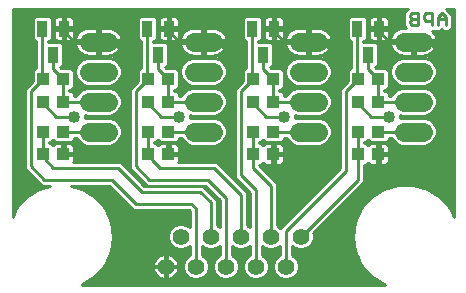
<source format=gbl>
From 3f74740bec4e1e3a9e168d84ae314b1e76705b4f Mon Sep 17 00:00:00 2001
From: Nicolas Schodet
Date: Thu, 7 Apr 2011 02:48:09 +0200
Subject: digital: batchpcb order

---
 .../pcb/orders/batchpcb_2011-04-06/spoke-indus.GBL | 2890 ++++++++++++++++++++
 1 file changed, 2890 insertions(+)
 create mode 100644 digital/io-hub/pcb/orders/batchpcb_2011-04-06/spoke-indus.GBL

(limited to 'digital/io-hub/pcb/orders/batchpcb_2011-04-06/spoke-indus.GBL')

diff --git a/digital/io-hub/pcb/orders/batchpcb_2011-04-06/spoke-indus.GBL b/digital/io-hub/pcb/orders/batchpcb_2011-04-06/spoke-indus.GBL
new file mode 100644
index 00000000..6a023884
--- /dev/null
+++ b/digital/io-hub/pcb/orders/batchpcb_2011-04-06/spoke-indus.GBL
@@ -0,0 +1,2890 @@
+G75*
+G70*
+%OFA0B0*%
+%FSLAX24Y24*%
+%IPPOS*%
+%LPD*%
+%AMOC8*
+5,1,8,0,0,1.08239X$1,22.5*
+%
+%ADD10C,0.0100*%
+%ADD11C,0.0634*%
+%ADD12R,0.0394X0.0433*%
+%ADD13R,0.0354X0.0551*%
+%ADD14C,0.0560*%
+%ADD15C,0.0200*%
+%ADD16C,0.0400*%
+D10*
+X002600Y000674D02*
+X002628Y000682D01*
+X002628Y000682D01*
+X003047Y000952D01*
+X003373Y001328D01*
+X003580Y001781D01*
+X003651Y002274D01*
+X003580Y002767D01*
+X003373Y003220D01*
+X003373Y003220D01*
+X003047Y003597D01*
+X002628Y003866D01*
+X002260Y003974D01*
+X003518Y003974D01*
+X004318Y003174D01*
+X004484Y003174D01*
+X006168Y003174D01*
+X006201Y003141D01*
+X006201Y002582D01*
+X006145Y002639D01*
+X005987Y002704D01*
+X005816Y002704D01*
+X005658Y002639D01*
+X005537Y002518D01*
+X005471Y002360D01*
+X005471Y002189D01*
+X005537Y002031D01*
+X005658Y001910D01*
+X005816Y001844D01*
+X005987Y001844D01*
+X006145Y001910D01*
+X006201Y001966D01*
+X006201Y001657D01*
+X006158Y001639D01*
+X006037Y001518D01*
+X005971Y001360D01*
+X005971Y001189D01*
+X006037Y001031D01*
+X006158Y000910D01*
+X006316Y000844D01*
+X006487Y000844D01*
+X006645Y000910D01*
+X006766Y001031D01*
+X006831Y001189D01*
+X006831Y001360D01*
+X006766Y001518D01*
+X006645Y001639D01*
+X006601Y001657D01*
+X006601Y001966D01*
+X006658Y001910D01*
+X006816Y001844D01*
+X006987Y001844D01*
+X007145Y001910D01*
+X007201Y001966D01*
+X007201Y001657D01*
+X007158Y001639D01*
+X007037Y001518D01*
+X006971Y001360D01*
+X006971Y001189D01*
+X007037Y001031D01*
+X007158Y000910D01*
+X007316Y000844D01*
+X007487Y000844D01*
+X007645Y000910D01*
+X007766Y001031D01*
+X007831Y001189D01*
+X007831Y001360D01*
+X007766Y001518D01*
+X007645Y001639D01*
+X007601Y001657D01*
+X007601Y001966D01*
+X007658Y001910D01*
+X007816Y001844D01*
+X007987Y001844D01*
+X008145Y001910D01*
+X008201Y001966D01*
+X008201Y001657D01*
+X008158Y001639D01*
+X008037Y001518D01*
+X007971Y001360D01*
+X007971Y001189D01*
+X008037Y001031D01*
+X008158Y000910D01*
+X008316Y000844D01*
+X008487Y000844D01*
+X008645Y000910D01*
+X008766Y001031D01*
+X008831Y001189D01*
+X008831Y001360D01*
+X008766Y001518D01*
+X008645Y001639D01*
+X008601Y001657D01*
+X008601Y001966D01*
+X008658Y001910D01*
+X008816Y001844D01*
+X008987Y001844D01*
+X009145Y001910D01*
+X009201Y001966D01*
+X009201Y001657D01*
+X009158Y001639D01*
+X009037Y001518D01*
+X008971Y001360D01*
+X008971Y001189D01*
+X009037Y001031D01*
+X009158Y000910D01*
+X009316Y000844D01*
+X009487Y000844D01*
+X009645Y000910D01*
+X009766Y001031D01*
+X009831Y001189D01*
+X009831Y001360D01*
+X009766Y001518D01*
+X009645Y001639D01*
+X009601Y001657D01*
+X009601Y001966D01*
+X009658Y001910D01*
+X009816Y001844D01*
+X009987Y001844D01*
+X010145Y001910D01*
+X010266Y002031D01*
+X010331Y002189D01*
+X010331Y002360D01*
+X010313Y002403D01*
+X011884Y003974D01*
+X012001Y004091D01*
+X012001Y004658D01*
+X012076Y004658D01*
+X012156Y004738D01*
+X012169Y004715D01*
+X012197Y004688D01*
+X012231Y004668D01*
+X012269Y004658D01*
+X012437Y004658D01*
+X012437Y004975D01*
+X012534Y004975D01*
+X012534Y004658D01*
+X012702Y004658D01*
+X012741Y004668D01*
+X012775Y004688D01*
+X012803Y004715D01*
+X012822Y004750D01*
+X012833Y004788D01*
+X012833Y004976D01*
+X012534Y004976D01*
+X012534Y005073D01*
+X012437Y005073D01*
+X012437Y005391D01*
+X012269Y005391D01*
+X012231Y005380D01*
+X012197Y005361D01*
+X012169Y005333D01*
+X012156Y005310D01*
+X012076Y005391D01*
+X012016Y005391D01*
+X012016Y005408D01*
+X012076Y005408D01*
+X012151Y005483D01*
+X012227Y005408D01*
+X012745Y005408D01*
+X012833Y005495D01*
+X012833Y005574D01*
+X012912Y005574D01*
+X012939Y005510D01*
+X013070Y005378D01*
+X013241Y005307D01*
+X014061Y005307D01*
+X014232Y005378D01*
+X014364Y005510D01*
+X014435Y005681D01*
+X014435Y005867D01*
+X014364Y006039D01*
+X014232Y006170D01*
+X014061Y006241D01*
+X013241Y006241D01*
+X013201Y006224D01*
+X013201Y006324D01*
+X013241Y006307D01*
+X014061Y006307D01*
+X014232Y006378D01*
+X014364Y006510D01*
+X014435Y006681D01*
+X014435Y006867D01*
+X014364Y007039D01*
+X014232Y007170D01*
+X014061Y007241D01*
+X013241Y007241D01*
+X013070Y007170D01*
+X012939Y007039D01*
+X012912Y006974D01*
+X012833Y006974D01*
+X012833Y007053D01*
+X012745Y007141D01*
+X012686Y007141D01*
+X012686Y007158D01*
+X012745Y007158D01*
+X012833Y007245D01*
+X012833Y007803D01*
+X012745Y007891D01*
+X012402Y007891D01*
+X012377Y007915D01*
+X012390Y007915D01*
+X012478Y008003D01*
+X012478Y008679D01*
+X012390Y008767D01*
+X011997Y008767D01*
+X011997Y008782D01*
+X012036Y008782D01*
+X012124Y008869D01*
+X012124Y009545D01*
+X012036Y009633D01*
+X011558Y009633D01*
+X011470Y009545D01*
+X011470Y008869D01*
+X011558Y008782D01*
+X011597Y008782D01*
+X011597Y007891D01*
+X011558Y007891D01*
+X011470Y007803D01*
+X011470Y007460D01*
+X011201Y007192D01*
+X011201Y007026D01*
+X011201Y004557D01*
+X009214Y002569D01*
+X009145Y002639D01*
+X009101Y002657D01*
+X009101Y003891D01*
+X009101Y004057D01*
+X008501Y004657D01*
+X008501Y004658D01*
+X008576Y004658D01*
+X008656Y004738D01*
+X008669Y004715D01*
+X008697Y004688D01*
+X008731Y004668D01*
+X008769Y004658D01*
+X008937Y004658D01*
+X008937Y004975D01*
+X009034Y004975D01*
+X009034Y004658D01*
+X009202Y004658D01*
+X009241Y004668D01*
+X009275Y004688D01*
+X009303Y004715D01*
+X009322Y004750D01*
+X009333Y004788D01*
+X009333Y004976D01*
+X009034Y004976D01*
+X009034Y005073D01*
+X008937Y005073D01*
+X008937Y005391D01*
+X008769Y005391D01*
+X008731Y005380D01*
+X008697Y005361D01*
+X008669Y005333D01*
+X008656Y005310D01*
+X008576Y005391D01*
+X008516Y005391D01*
+X008516Y005408D01*
+X008576Y005408D01*
+X008651Y005483D01*
+X008727Y005408D01*
+X009245Y005408D01*
+X009333Y005495D01*
+X009333Y005574D01*
+X009412Y005574D01*
+X009439Y005510D01*
+X009570Y005378D01*
+X009741Y005307D01*
+X010561Y005307D01*
+X010732Y005378D01*
+X010864Y005510D01*
+X010935Y005681D01*
+X010935Y005867D01*
+X010864Y006039D01*
+X010732Y006170D01*
+X010561Y006241D01*
+X009741Y006241D01*
+X009701Y006224D01*
+X009701Y006324D01*
+X009741Y006307D01*
+X010561Y006307D01*
+X010732Y006378D01*
+X010864Y006510D01*
+X010935Y006681D01*
+X010935Y006867D01*
+X010864Y007039D01*
+X010732Y007170D01*
+X010561Y007241D01*
+X009741Y007241D01*
+X009570Y007170D01*
+X009439Y007039D01*
+X009412Y006974D01*
+X009333Y006974D01*
+X009333Y007053D01*
+X009245Y007141D01*
+X009186Y007141D01*
+X009186Y007158D01*
+X009245Y007158D01*
+X009333Y007245D01*
+X009333Y007803D01*
+X009245Y007891D01*
+X008902Y007891D01*
+X008877Y007915D01*
+X008890Y007915D01*
+X008978Y008003D01*
+X008978Y008679D01*
+X008890Y008767D01*
+X008497Y008767D01*
+X008497Y008782D01*
+X008536Y008782D01*
+X008624Y008869D01*
+X008624Y009545D01*
+X008536Y009633D01*
+X008058Y009633D01*
+X007970Y009545D01*
+X007970Y008869D01*
+X008058Y008782D01*
+X008097Y008782D01*
+X008097Y007891D01*
+X008058Y007891D01*
+X007970Y007803D01*
+X007970Y007460D01*
+X007701Y007192D01*
+X007701Y007026D01*
+X007701Y004241D01*
+X007818Y004124D01*
+X008201Y003741D01*
+X008201Y002582D01*
+X008145Y002639D01*
+X008101Y002657D01*
+X008101Y003591D01*
+X008101Y003757D01*
+X007201Y004657D01*
+X007084Y004774D01*
+X005829Y004774D01*
+X005833Y004788D01*
+X005833Y004976D01*
+X005534Y004976D01*
+X005534Y005073D01*
+X005437Y005073D01*
+X005437Y005391D01*
+X005269Y005391D01*
+X005231Y005380D01*
+X005197Y005361D01*
+X005169Y005333D01*
+X005156Y005310D01*
+X005076Y005391D01*
+X005016Y005391D01*
+X005016Y005408D01*
+X005076Y005408D01*
+X005151Y005483D01*
+X005227Y005408D01*
+X005745Y005408D01*
+X005833Y005495D01*
+X005833Y005574D01*
+X005912Y005574D01*
+X005939Y005510D01*
+X006070Y005378D01*
+X006241Y005307D01*
+X007061Y005307D01*
+X007232Y005378D01*
+X007364Y005510D01*
+X007435Y005681D01*
+X007435Y005867D01*
+X007364Y006039D01*
+X007232Y006170D01*
+X007061Y006241D01*
+X006241Y006241D01*
+X006201Y006224D01*
+X006201Y006324D01*
+X006241Y006307D01*
+X007061Y006307D01*
+X007232Y006378D01*
+X007364Y006510D01*
+X007435Y006681D01*
+X007435Y006867D01*
+X007364Y007039D01*
+X007232Y007170D01*
+X007061Y007241D01*
+X006241Y007241D01*
+X006070Y007170D01*
+X005939Y007039D01*
+X005912Y006974D01*
+X005833Y006974D01*
+X005833Y007053D01*
+X005745Y007141D01*
+X005686Y007141D01*
+X005686Y007158D01*
+X005745Y007158D01*
+X005833Y007245D01*
+X005833Y007803D01*
+X005745Y007891D01*
+X005402Y007891D01*
+X005377Y007915D01*
+X005390Y007915D01*
+X005478Y008003D01*
+X005478Y008679D01*
+X005390Y008767D01*
+X004997Y008767D01*
+X004997Y008782D01*
+X005036Y008782D01*
+X005124Y008869D01*
+X005124Y009545D01*
+X005036Y009633D01*
+X004558Y009633D01*
+X004470Y009545D01*
+X004470Y008869D01*
+X004558Y008782D01*
+X004597Y008782D01*
+X004597Y007891D01*
+X004558Y007891D01*
+X004470Y007803D01*
+X004470Y007460D01*
+X004201Y007192D01*
+X004201Y007026D01*
+X004201Y004541D01*
+X004318Y004424D01*
+X004318Y004424D01*
+X004651Y004091D01*
+X004768Y003974D01*
+X006718Y003974D01*
+X007201Y003491D01*
+X007201Y002582D01*
+X007145Y002639D01*
+X007101Y002657D01*
+X007101Y003341D01*
+X007101Y003507D01*
+X006751Y003857D01*
+X006634Y003974D01*
+X004684Y003974D01*
+X004001Y004657D01*
+X003884Y004774D01*
+X002329Y004774D01*
+X002333Y004788D01*
+X002333Y004976D01*
+X002034Y004976D01*
+X002034Y005073D01*
+X001937Y005073D01*
+X001937Y005391D01*
+X001769Y005391D01*
+X001731Y005380D01*
+X001697Y005361D01*
+X001669Y005333D01*
+X001656Y005310D01*
+X001576Y005391D01*
+X001516Y005391D01*
+X001516Y005408D01*
+X001576Y005408D01*
+X001651Y005483D01*
+X001727Y005408D01*
+X002245Y005408D01*
+X002333Y005495D01*
+X002333Y005574D01*
+X002412Y005574D01*
+X002439Y005510D01*
+X002570Y005378D01*
+X002741Y005307D01*
+X003561Y005307D01*
+X003732Y005378D01*
+X003864Y005510D01*
+X003935Y005681D01*
+X003935Y005867D01*
+X003864Y006039D01*
+X003732Y006170D01*
+X003561Y006241D01*
+X002741Y006241D01*
+X002701Y006224D01*
+X002701Y006324D01*
+X002741Y006307D01*
+X003561Y006307D01*
+X003732Y006378D01*
+X003864Y006510D01*
+X003935Y006681D01*
+X003935Y006867D01*
+X003864Y007039D01*
+X003732Y007170D01*
+X003561Y007241D01*
+X002741Y007241D01*
+X002570Y007170D01*
+X002439Y007039D01*
+X002412Y006974D01*
+X002333Y006974D01*
+X002333Y007053D01*
+X002245Y007141D01*
+X002186Y007141D01*
+X002186Y007158D01*
+X002245Y007158D01*
+X002333Y007245D01*
+X002333Y007803D01*
+X002245Y007891D01*
+X001902Y007891D01*
+X001877Y007915D01*
+X001890Y007915D01*
+X001978Y008003D01*
+X001978Y008679D01*
+X001890Y008767D01*
+X001497Y008767D01*
+X001497Y008782D01*
+X001536Y008782D01*
+X001624Y008869D01*
+X001624Y009545D01*
+X001536Y009633D01*
+X001058Y009633D01*
+X000970Y009545D01*
+X000970Y008869D01*
+X001058Y008782D01*
+X001097Y008782D01*
+X001097Y007891D01*
+X001058Y007891D01*
+X000970Y007803D01*
+X000970Y007460D01*
+X000701Y007192D01*
+X000701Y007026D01*
+X000701Y004541D01*
+X000818Y004424D01*
+X001268Y003974D01*
+X001434Y003974D01*
+X001543Y003974D01*
+X001174Y003866D01*
+X000755Y003597D01*
+X000755Y003597D01*
+X000429Y003220D01*
+X000301Y002940D01*
+X000301Y009874D01*
+X013478Y009874D01*
+X013462Y009858D01*
+X013345Y009741D01*
+X013345Y009674D01*
+X013345Y009540D01*
+X013345Y009474D01*
+X013345Y009474D01*
+X013345Y009390D01*
+X013345Y009308D01*
+X013346Y009307D01*
+X013412Y009241D01*
+X013298Y009241D01*
+X013225Y009229D01*
+X013155Y009207D01*
+X013090Y009173D01*
+X013030Y009130D01*
+X012978Y009078D01*
+X012935Y009019D01*
+X012902Y008953D01*
+X012879Y008883D01*
+X012869Y008823D01*
+X013602Y008823D01*
+X013602Y008726D01*
+X012869Y008726D01*
+X012879Y008665D01*
+X012902Y008595D01*
+X012935Y008529D01*
+X012978Y008470D01*
+X013030Y008418D01*
+X013090Y008375D01*
+X013155Y008341D01*
+X013225Y008319D01*
+X013298Y008307D01*
+X013603Y008307D01*
+X013603Y008725D01*
+X013700Y008725D01*
+X013700Y008307D01*
+X014005Y008307D01*
+X014077Y008319D01*
+X014147Y008341D01*
+X014213Y008375D01*
+X014272Y008418D01*
+X014324Y008470D01*
+X014367Y008529D01*
+X014401Y008595D01*
+X014423Y008665D01*
+X014433Y008726D01*
+X013700Y008726D01*
+X013700Y008823D01*
+X014433Y008823D01*
+X014423Y008883D01*
+X014401Y008953D01*
+X014367Y009019D01*
+X014324Y009078D01*
+X014278Y009124D01*
+X014355Y009124D01*
+X014369Y009138D01*
+X014383Y009124D01*
+X014548Y009124D01*
+X014599Y009175D01*
+X014649Y009124D01*
+X014815Y009124D01*
+X014932Y009241D01*
+X014932Y009441D01*
+X014932Y009607D01*
+X014932Y009674D01*
+X014741Y009865D01*
+X014732Y009874D01*
+X015001Y009874D01*
+X015001Y002940D01*
+X014873Y003220D01*
+X014873Y003220D01*
+X014547Y003597D01*
+X014128Y003866D01*
+X013650Y004006D01*
+X013152Y004006D01*
+X012674Y003866D01*
+X012255Y003597D01*
+X012255Y003597D01*
+X012255Y003597D01*
+X011929Y003220D01*
+X011722Y002767D01*
+X011651Y002274D01*
+X011722Y001781D01*
+X011929Y001328D01*
+X012255Y000952D01*
+X012255Y000952D01*
+X012674Y000682D01*
+X012702Y000674D01*
+X002600Y000674D01*
+X002689Y000721D02*
+X012614Y000721D01*
+X012674Y000682D02*
+X012674Y000682D01*
+X012460Y000820D02*
+X002842Y000820D01*
+X002995Y000918D02*
+X005159Y000918D01*
+X005176Y000906D02*
+X005236Y000876D01*
+X005300Y000855D01*
+X005367Y000844D01*
+X005371Y000844D01*
+X005371Y001244D01*
+X004971Y001244D01*
+X004971Y001240D01*
+X004982Y001173D01*
+X005003Y001109D01*
+X005033Y001049D01*
+X005073Y000994D01*
+X005121Y000946D01*
+X005176Y000906D01*
+X005057Y001017D02*
+X003104Y001017D01*
+X003047Y000952D02*
+X003047Y000952D01*
+X003047Y000952D01*
+X003189Y001115D02*
+X005001Y001115D01*
+X004975Y001214D02*
+X003274Y001214D01*
+X003360Y001312D02*
+X004972Y001312D01*
+X004971Y001308D02*
+X004971Y001304D01*
+X005371Y001304D01*
+X005371Y001244D01*
+X005431Y001244D01*
+X005431Y000844D01*
+X005435Y000844D01*
+X005502Y000855D01*
+X005566Y000876D01*
+X005627Y000906D01*
+X005681Y000946D01*
+X005729Y000994D01*
+X005769Y001049D01*
+X005800Y001109D01*
+X005821Y001173D01*
+X005831Y001240D01*
+X005831Y001244D01*
+X005431Y001244D01*
+X005431Y001304D01*
+X005371Y001304D01*
+X005371Y001704D01*
+X005367Y001704D01*
+X005300Y001693D01*
+X005236Y001673D01*
+X005176Y001642D01*
+X005121Y001602D01*
+X005073Y001554D01*
+X005033Y001499D01*
+X005003Y001439D01*
+X004982Y001375D01*
+X004971Y001308D01*
+X004994Y001411D02*
+X003411Y001411D01*
+X003373Y001328D02*
+X003373Y001328D01*
+X003456Y001510D02*
+X005041Y001510D01*
+X005129Y001608D02*
+X003501Y001608D01*
+X003546Y001707D02*
+X006201Y001707D01*
+X006201Y001805D02*
+X003584Y001805D01*
+X003580Y001781D02*
+X003580Y001781D01*
+X003598Y001904D02*
+X005672Y001904D01*
+X005565Y002002D02*
+X003612Y002002D01*
+X003626Y002101D02*
+X005508Y002101D01*
+X005471Y002199D02*
+X003640Y002199D01*
+X003648Y002298D02*
+X005471Y002298D01*
+X005486Y002396D02*
+X003634Y002396D01*
+X003619Y002495D02*
+X005527Y002495D01*
+X005613Y002594D02*
+X003605Y002594D01*
+X003591Y002692D02*
+X005787Y002692D01*
+X006016Y002692D02*
+X006201Y002692D01*
+X006190Y002594D02*
+X006201Y002594D01*
+X006201Y002791D02*
+X003570Y002791D01*
+X003580Y002767D02*
+X003580Y002767D01*
+X003525Y002889D02*
+X006201Y002889D01*
+X006201Y002988D02*
+X003480Y002988D01*
+X003435Y003086D02*
+X006201Y003086D01*
+X006401Y003224D02*
+X006251Y003374D01*
+X004401Y003374D01*
+X003601Y004174D01*
+X001351Y004174D01*
+X000901Y004624D01*
+X000901Y007109D01*
+X001317Y007524D01*
+X001297Y007544D01*
+X001297Y009207D01*
+X001624Y009196D02*
+X001967Y009196D01*
+X001967Y009169D02*
+X001678Y009169D01*
+X001678Y008912D01*
+X001689Y008874D01*
+X001708Y008839D01*
+X001736Y008812D01*
+X001770Y008792D01*
+X001809Y008782D01*
+X001967Y008782D01*
+X001967Y009168D01*
+X002044Y009168D01*
+X002044Y008782D01*
+X002202Y008782D01*
+X002241Y008792D01*
+X002275Y008812D01*
+X002303Y008839D01*
+X002322Y008874D01*
+X002333Y008912D01*
+X002333Y009169D01*
+X002044Y009169D01*
+X002044Y009246D01*
+X001967Y009246D01*
+X001967Y009633D01*
+X001809Y009633D01*
+X001770Y009622D01*
+X001736Y009603D01*
+X001708Y009575D01*
+X001689Y009541D01*
+X001678Y009502D01*
+X001678Y009246D01*
+X001967Y009246D01*
+X001967Y009169D01*
+X002006Y009207D02*
+X002006Y009120D01*
+X002351Y008774D01*
+X003151Y008774D01*
+X003102Y008802D02*
+X002258Y008802D01*
+X002369Y008823D02*
+X002379Y008883D01*
+X002402Y008953D01*
+X002435Y009019D01*
+X002478Y009078D01*
+X002530Y009130D01*
+X002590Y009173D01*
+X002655Y009207D01*
+X002725Y009229D01*
+X002798Y009241D01*
+X003103Y009241D01*
+X003103Y008823D01*
+X003200Y008823D01*
+X003200Y009241D01*
+X003505Y009241D01*
+X003577Y009229D01*
+X003647Y009207D01*
+X003713Y009173D01*
+X003772Y009130D01*
+X003824Y009078D01*
+X003867Y009019D01*
+X003901Y008953D01*
+X003923Y008883D01*
+X003933Y008823D01*
+X003200Y008823D01*
+X003200Y008726D01*
+X003933Y008726D01*
+X003923Y008665D01*
+X003901Y008595D01*
+X003867Y008529D01*
+X003824Y008470D01*
+X003772Y008418D01*
+X003713Y008375D01*
+X003647Y008341D01*
+X003577Y008319D01*
+X003505Y008307D01*
+X003200Y008307D01*
+X003200Y008725D01*
+X003103Y008725D01*
+X003103Y008307D01*
+X002798Y008307D01*
+X002725Y008319D01*
+X002655Y008341D01*
+X002590Y008375D01*
+X002530Y008418D01*
+X002478Y008470D01*
+X002435Y008529D01*
+X002402Y008595D01*
+X002379Y008665D01*
+X002369Y008726D01*
+X003102Y008726D01*
+X003102Y008823D01*
+X002369Y008823D01*
+X002384Y008900D02*
+X002330Y008900D01*
+X002333Y008999D02*
+X002425Y008999D01*
+X002497Y009097D02*
+X002333Y009097D01*
+X002333Y009246D02*
+X002333Y009502D01*
+X002322Y009541D01*
+X002303Y009575D01*
+X002275Y009603D01*
+X002241Y009622D01*
+X002202Y009633D01*
+X002044Y009633D01*
+X002044Y009246D01*
+X002333Y009246D01*
+X002333Y009294D02*
+X004470Y009294D01*
+X004470Y009196D02*
+X003668Y009196D01*
+X003805Y009097D02*
+X004470Y009097D01*
+X004470Y008999D02*
+X003877Y008999D01*
+X003918Y008900D02*
+X004470Y008900D01*
+X004537Y008802D02*
+X003200Y008802D01*
+X003200Y008900D02*
+X003103Y008900D01*
+X003103Y008999D02*
+X003200Y008999D01*
+X003200Y009097D02*
+X003103Y009097D01*
+X003103Y009196D02*
+X003200Y009196D01*
+X002634Y009196D02*
+X002044Y009196D01*
+X002044Y009294D02*
+X001967Y009294D01*
+X001967Y009393D02*
+X002044Y009393D01*
+X002044Y009492D02*
+X001967Y009492D01*
+X001967Y009590D02*
+X002044Y009590D01*
+X002287Y009590D02*
+X004515Y009590D01*
+X004470Y009492D02*
+X002333Y009492D01*
+X002333Y009393D02*
+X004470Y009393D01*
+X004797Y009207D02*
+X004797Y007544D01*
+X004817Y007524D01*
+X004401Y007109D01*
+X004401Y004624D01*
+X004851Y004174D01*
+X006801Y004174D01*
+X007401Y003574D01*
+X007401Y001274D01*
+X007001Y001115D02*
+X006801Y001115D01*
+X006831Y001214D02*
+X006971Y001214D01*
+X006971Y001312D02*
+X006831Y001312D01*
+X006810Y001411D02*
+X006992Y001411D01*
+X007033Y001510D02*
+X006769Y001510D01*
+X006675Y001608D02*
+X007127Y001608D01*
+X007201Y001707D02*
+X006601Y001707D01*
+X006601Y001805D02*
+X007201Y001805D01*
+X007201Y001904D02*
+X007131Y001904D01*
+X006672Y001904D02*
+X006601Y001904D01*
+X006201Y001904D02*
+X006131Y001904D01*
+X006127Y001608D02*
+X005673Y001608D01*
+X005681Y001602D02*
+X005627Y001642D01*
+X005566Y001673D01*
+X005502Y001693D01*
+X005435Y001704D01*
+X005431Y001704D01*
+X005431Y001304D01*
+X005831Y001304D01*
+X005831Y001308D01*
+X005821Y001375D01*
+X005800Y001439D01*
+X005769Y001499D01*
+X005729Y001554D01*
+X005681Y001602D01*
+X005762Y001510D02*
+X006033Y001510D01*
+X005992Y001411D02*
+X005809Y001411D01*
+X005830Y001312D02*
+X005971Y001312D01*
+X005971Y001214D02*
+X005827Y001214D01*
+X005802Y001115D02*
+X006001Y001115D01*
+X006050Y001017D02*
+X005746Y001017D01*
+X005643Y000918D02*
+X006149Y000918D01*
+X006401Y001274D02*
+X006401Y003224D01*
+X006901Y003424D02*
+X006551Y003774D01*
+X004601Y003774D01*
+X003801Y004574D01*
+X001651Y004574D01*
+X001401Y004824D01*
+X001401Y004939D01*
+X001317Y005024D01*
+X001317Y005774D01*
+X001619Y005451D02*
+X001683Y005451D01*
+X001689Y005353D02*
+X001613Y005353D01*
+X001937Y005353D02*
+X002034Y005353D01*
+X002034Y005391D02*
+X002034Y005073D01*
+X002333Y005073D01*
+X002333Y005260D01*
+X002322Y005299D01*
+X002303Y005333D01*
+X002275Y005361D01*
+X002241Y005380D01*
+X002202Y005391D01*
+X002034Y005391D01*
+X002034Y005254D02*
+X001937Y005254D01*
+X001937Y005156D02*
+X002034Y005156D01*
+X002034Y005057D02*
+X004201Y005057D01*
+X004201Y004959D02*
+X002333Y004959D01*
+X002333Y004860D02*
+X004201Y004860D01*
+X004201Y004761D02*
+X003897Y004761D01*
+X003995Y004663D02*
+X004201Y004663D01*
+X004201Y004564D02*
+X004094Y004564D01*
+X004192Y004466D02*
+X004277Y004466D01*
+X004291Y004367D02*
+X004375Y004367D01*
+X004389Y004269D02*
+X004474Y004269D01*
+X004488Y004170D02*
+X004572Y004170D01*
+X004586Y004072D02*
+X004671Y004072D01*
+X004651Y004091D02*
+X004651Y004091D01*
+X005201Y004574D02*
+X004951Y004824D01*
+X004951Y004889D01*
+X004817Y005024D01*
+X004817Y005774D01*
+X005119Y005451D02*
+X005183Y005451D01*
+X005189Y005353D02*
+X005113Y005353D01*
+X005437Y005353D02*
+X005534Y005353D01*
+X005534Y005391D02*
+X005534Y005073D01*
+X005833Y005073D01*
+X005833Y005260D01*
+X005822Y005299D01*
+X005803Y005333D01*
+X005775Y005361D01*
+X005741Y005380D01*
+X005702Y005391D01*
+X005534Y005391D01*
+X005534Y005254D02*
+X005437Y005254D01*
+X005437Y005156D02*
+X005534Y005156D01*
+X005534Y005057D02*
+X007701Y005057D01*
+X007701Y004959D02*
+X005833Y004959D01*
+X005833Y004860D02*
+X007701Y004860D01*
+X007701Y004761D02*
+X007097Y004761D01*
+X007195Y004663D02*
+X007701Y004663D01*
+X007701Y004564D02*
+X007294Y004564D01*
+X007392Y004466D02*
+X007701Y004466D01*
+X007701Y004367D02*
+X007491Y004367D01*
+X007589Y004269D02*
+X007701Y004269D01*
+X007688Y004170D02*
+X007772Y004170D01*
+X007786Y004072D02*
+X007871Y004072D01*
+X007885Y003973D02*
+X007969Y003973D01*
+X007984Y003875D02*
+X008068Y003875D01*
+X008082Y003776D02*
+X008166Y003776D01*
+X008201Y003677D02*
+X008101Y003677D01*
+X008101Y003579D02*
+X008201Y003579D01*
+X008201Y003480D02*
+X008101Y003480D01*
+X008101Y003382D02*
+X008201Y003382D01*
+X008201Y003283D02*
+X008101Y003283D01*
+X008101Y003185D02*
+X008201Y003185D01*
+X008201Y003086D02*
+X008101Y003086D01*
+X008101Y002988D02*
+X008201Y002988D01*
+X008201Y002889D02*
+X008101Y002889D01*
+X008101Y002791D02*
+X008201Y002791D01*
+X008201Y002692D02*
+X008101Y002692D01*
+X008190Y002594D02*
+X008201Y002594D01*
+X007901Y002274D02*
+X007901Y003674D01*
+X007001Y004574D01*
+X005201Y004574D01*
+X005486Y005024D02*
+X007551Y005024D01*
+X007701Y005156D02*
+X005833Y005156D01*
+X005833Y005254D02*
+X007701Y005254D01*
+X007701Y005353D02*
+X007171Y005353D01*
+X007305Y005451D02*
+X007701Y005451D01*
+X007701Y005550D02*
+X007380Y005550D01*
+X007421Y005648D02*
+X007701Y005648D01*
+X007701Y005747D02*
+X007435Y005747D01*
+X007435Y005845D02*
+X007701Y005845D01*
+X007701Y005944D02*
+X007403Y005944D01*
+X007360Y006043D02*
+X007701Y006043D01*
+X007701Y006141D02*
+X007261Y006141D01*
+X007064Y006240D02*
+X007701Y006240D01*
+X007701Y006338D02*
+X007135Y006338D01*
+X007291Y006437D02*
+X007701Y006437D01*
+X007701Y006535D02*
+X007374Y006535D01*
+X007415Y006634D02*
+X007701Y006634D01*
+X007701Y006732D02*
+X007435Y006732D01*
+X007435Y006831D02*
+X007701Y006831D01*
+X007701Y006929D02*
+X007409Y006929D01*
+X007368Y007028D02*
+X007701Y007028D01*
+X007701Y007126D02*
+X007276Y007126D01*
+X007099Y007225D02*
+X007735Y007225D01*
+X007833Y007324D02*
+X007100Y007324D01*
+X007061Y007307D02*
+X007232Y007378D01*
+X007364Y007510D01*
+X007435Y007681D01*
+X007435Y007867D01*
+X007364Y008039D01*
+X007232Y008170D01*
+X007061Y008241D01*
+X006241Y008241D01*
+X006070Y008170D01*
+X005939Y008039D01*
+X005867Y007867D01*
+X005867Y007681D01*
+X005939Y007510D01*
+X006070Y007378D01*
+X006241Y007307D01*
+X007061Y007307D01*
+X007276Y007422D02*
+X007932Y007422D01*
+X007970Y007521D02*
+X007368Y007521D01*
+X007409Y007619D02*
+X007970Y007619D01*
+X007970Y007718D02*
+X007435Y007718D01*
+X007435Y007816D02*
+X007983Y007816D01*
+X008097Y007915D02*
+X007415Y007915D01*
+X007374Y008013D02*
+X008097Y008013D01*
+X008097Y008112D02*
+X007290Y008112D01*
+X007134Y008210D02*
+X008097Y008210D01*
+X008097Y008309D02*
+X007016Y008309D01*
+X007005Y008307D02*
+X007077Y008319D01*
+X007147Y008341D01*
+X007213Y008375D01*
+X007272Y008418D01*
+X007324Y008470D01*
+X007367Y008529D01*
+X007401Y008595D01*
+X007423Y008665D01*
+X007433Y008726D01*
+X006700Y008726D01*
+X006700Y008823D01*
+X006603Y008823D01*
+X006603Y009241D01*
+X006298Y009241D01*
+X006225Y009229D01*
+X006155Y009207D01*
+X006090Y009173D01*
+X006030Y009130D01*
+X005978Y009078D01*
+X005935Y009019D01*
+X005902Y008953D01*
+X005879Y008883D01*
+X005869Y008823D01*
+X006602Y008823D01*
+X006602Y008726D01*
+X005869Y008726D01*
+X005879Y008665D01*
+X005902Y008595D01*
+X005935Y008529D01*
+X005978Y008470D01*
+X006030Y008418D01*
+X006090Y008375D01*
+X006155Y008341D01*
+X006225Y008319D01*
+X006298Y008307D01*
+X006603Y008307D01*
+X006603Y008725D01*
+X006700Y008725D01*
+X006700Y008307D01*
+X007005Y008307D01*
+X007258Y008408D02*
+X008097Y008408D01*
+X008097Y008506D02*
+X007350Y008506D01*
+X007404Y008605D02*
+X008097Y008605D01*
+X008097Y008703D02*
+X007429Y008703D01*
+X007433Y008823D02*
+X007423Y008883D01*
+X007401Y008953D01*
+X007367Y009019D01*
+X007324Y009078D01*
+X007272Y009130D01*
+X007213Y009173D01*
+X007147Y009207D01*
+X007077Y009229D01*
+X007005Y009241D01*
+X006700Y009241D01*
+X006700Y008823D01*
+X007433Y008823D01*
+X007418Y008900D02*
+X007970Y008900D01*
+X007970Y008999D02*
+X007377Y008999D01*
+X007305Y009097D02*
+X007970Y009097D01*
+X007970Y009196D02*
+X007168Y009196D01*
+X006700Y009196D02*
+X006603Y009196D01*
+X006603Y009097D02*
+X006700Y009097D01*
+X006700Y008999D02*
+X006603Y008999D01*
+X006603Y008900D02*
+X006700Y008900D01*
+X006700Y008802D02*
+X008037Y008802D01*
+X008297Y009207D02*
+X008297Y007544D01*
+X008317Y007524D01*
+X007901Y007109D01*
+X007901Y004324D01*
+X008401Y003824D01*
+X008401Y001274D01*
+X008801Y001115D02*
+X009001Y001115D01*
+X008971Y001214D02*
+X008831Y001214D01*
+X008831Y001312D02*
+X008971Y001312D01*
+X008992Y001411D02*
+X008810Y001411D01*
+X008769Y001510D02*
+X009033Y001510D01*
+X009127Y001608D02*
+X008675Y001608D01*
+X008601Y001707D02*
+X009201Y001707D01*
+X009201Y001805D02*
+X008601Y001805D01*
+X008601Y001904D02*
+X008672Y001904D01*
+X009131Y001904D02*
+X009201Y001904D01*
+X009601Y001904D02*
+X009672Y001904D01*
+X009601Y001805D02*
+X011719Y001805D01*
+X011722Y001781D02*
+X011722Y001781D01*
+X011756Y001707D02*
+X009601Y001707D01*
+X009675Y001608D02*
+X011801Y001608D01*
+X011846Y001510D02*
+X009769Y001510D01*
+X009810Y001411D02*
+X011891Y001411D01*
+X011929Y001328D02*
+X011929Y001328D01*
+X011942Y001312D02*
+X009831Y001312D01*
+X009831Y001214D02*
+X012028Y001214D01*
+X012113Y001115D02*
+X009801Y001115D01*
+X009752Y001017D02*
+X012199Y001017D01*
+X012307Y000918D02*
+X009653Y000918D01*
+X009401Y001274D02*
+X009401Y002474D01*
+X011401Y004474D01*
+X011401Y007109D01*
+X011817Y007524D01*
+X011797Y007544D01*
+X011797Y009207D01*
+X012124Y009196D02*
+X012467Y009196D01*
+X012467Y009169D02*
+X012178Y009169D01*
+X012178Y008912D01*
+X012189Y008874D01*
+X012208Y008839D01*
+X012236Y008812D01*
+X012270Y008792D01*
+X012309Y008782D01*
+X012467Y008782D01*
+X012467Y009168D01*
+X012544Y009168D01*
+X012544Y008782D01*
+X012702Y008782D01*
+X012741Y008792D01*
+X012775Y008812D01*
+X012803Y008839D01*
+X012822Y008874D01*
+X012833Y008912D01*
+X012833Y009169D01*
+X012544Y009169D01*
+X012544Y009246D01*
+X012467Y009246D01*
+X012467Y009633D01*
+X012309Y009633D01*
+X012270Y009622D01*
+X012236Y009603D01*
+X012208Y009575D01*
+X012189Y009541D01*
+X012178Y009502D01*
+X012178Y009246D01*
+X012467Y009246D01*
+X012467Y009169D01*
+X012506Y009207D02*
+X012506Y009120D01*
+X012851Y008774D01*
+X013651Y008774D01*
+X013602Y008802D02*
+X012758Y008802D01*
+X012830Y008900D02*
+X012884Y008900D01*
+X012925Y008999D02*
+X012833Y008999D01*
+X012833Y009097D02*
+X012997Y009097D01*
+X013134Y009196D02*
+X012544Y009196D01*
+X012544Y009246D02*
+X012833Y009246D01*
+X012833Y009502D01*
+X012822Y009541D01*
+X012803Y009575D01*
+X012775Y009603D01*
+X012741Y009622D01*
+X012702Y009633D01*
+X012544Y009633D01*
+X012544Y009246D01*
+X012544Y009294D02*
+X012467Y009294D01*
+X012467Y009393D02*
+X012544Y009393D01*
+X012544Y009492D02*
+X012467Y009492D01*
+X012467Y009590D02*
+X012544Y009590D01*
+X012787Y009590D02*
+X013345Y009590D01*
+X013345Y009492D02*
+X012833Y009492D01*
+X012833Y009393D02*
+X013345Y009393D01*
+X013345Y009308D02*
+X013345Y009308D01*
+X013358Y009294D02*
+X012833Y009294D01*
+X012544Y009097D02*
+X012467Y009097D01*
+X012467Y008999D02*
+X012544Y008999D01*
+X012544Y008900D02*
+X012467Y008900D01*
+X012467Y008802D02*
+X012544Y008802D01*
+X012454Y008703D02*
+X012873Y008703D01*
+X012899Y008605D02*
+X012478Y008605D01*
+X012478Y008506D02*
+X012952Y008506D01*
+X013045Y008408D02*
+X012478Y008408D01*
+X012478Y008309D02*
+X013286Y008309D01*
+X013241Y008241D02*
+X013070Y008170D01*
+X012939Y008039D01*
+X012867Y007867D01*
+X012867Y007681D01*
+X012939Y007510D01*
+X013070Y007378D01*
+X013241Y007307D01*
+X014061Y007307D01*
+X014232Y007378D01*
+X014364Y007510D01*
+X014435Y007681D01*
+X014435Y007867D01*
+X014364Y008039D01*
+X014232Y008170D01*
+X014061Y008241D01*
+X013241Y008241D01*
+X013168Y008210D02*
+X012478Y008210D01*
+X012478Y008112D02*
+X013012Y008112D01*
+X012928Y008013D02*
+X012478Y008013D01*
+X012378Y007915D02*
+X012887Y007915D01*
+X012867Y007816D02*
+X012819Y007816D01*
+X012833Y007718D02*
+X012867Y007718D01*
+X012893Y007619D02*
+X012833Y007619D01*
+X012833Y007521D02*
+X012934Y007521D01*
+X013026Y007422D02*
+X012833Y007422D01*
+X012833Y007324D02*
+X013202Y007324D01*
+X013203Y007225D02*
+X012812Y007225D01*
+X012759Y007126D02*
+X013027Y007126D01*
+X012934Y007028D02*
+X012833Y007028D01*
+X012486Y006774D02*
+X013651Y006774D01*
+X014099Y007225D02*
+X015001Y007225D01*
+X015001Y007126D02*
+X014276Y007126D01*
+X014368Y007028D02*
+X015001Y007028D01*
+X015001Y006929D02*
+X014409Y006929D01*
+X014435Y006831D02*
+X015001Y006831D01*
+X015001Y006732D02*
+X014435Y006732D01*
+X014415Y006634D02*
+X015001Y006634D01*
+X015001Y006535D02*
+X014374Y006535D01*
+X014291Y006437D02*
+X015001Y006437D01*
+X015001Y006338D02*
+X014135Y006338D01*
+X014064Y006240D02*
+X015001Y006240D01*
+X015001Y006141D02*
+X014261Y006141D01*
+X014360Y006043D02*
+X015001Y006043D01*
+X015001Y005944D02*
+X014403Y005944D01*
+X014435Y005845D02*
+X015001Y005845D01*
+X015001Y005747D02*
+X014435Y005747D01*
+X014421Y005648D02*
+X015001Y005648D01*
+X015001Y005550D02*
+X014380Y005550D01*
+X014305Y005451D02*
+X015001Y005451D01*
+X015001Y005353D02*
+X014171Y005353D01*
+X014551Y005024D02*
+X012486Y005024D01*
+X012534Y005057D02*
+X015001Y005057D01*
+X015001Y004959D02*
+X012833Y004959D01*
+X012833Y004860D02*
+X015001Y004860D01*
+X015001Y004761D02*
+X012826Y004761D01*
+X012722Y004663D02*
+X015001Y004663D01*
+X015001Y004564D02*
+X012001Y004564D01*
+X012001Y004466D02*
+X015001Y004466D01*
+X015001Y004367D02*
+X012001Y004367D01*
+X012001Y004269D02*
+X015001Y004269D01*
+X015001Y004170D02*
+X012001Y004170D01*
+X011982Y004072D02*
+X015001Y004072D01*
+X015001Y003973D02*
+X013763Y003973D01*
+X013650Y004006D02*
+X013650Y004006D01*
+X014099Y003875D02*
+X015001Y003875D01*
+X015001Y003776D02*
+X014268Y003776D01*
+X014128Y003866D02*
+X014128Y003866D01*
+X014421Y003677D02*
+X015001Y003677D01*
+X015001Y003579D02*
+X014563Y003579D01*
+X014547Y003597D02*
+X014547Y003597D01*
+X014648Y003480D02*
+X015001Y003480D01*
+X015001Y003382D02*
+X014733Y003382D01*
+X014819Y003283D02*
+X015001Y003283D01*
+X015001Y003185D02*
+X014890Y003185D01*
+X014935Y003086D02*
+X015001Y003086D01*
+X015001Y002988D02*
+X014980Y002988D01*
+X013152Y004006D02*
+X013152Y004006D01*
+X013039Y003973D02*
+X011883Y003973D01*
+X011784Y003875D02*
+X012704Y003875D01*
+X012674Y003866D02*
+X012674Y003866D01*
+X012534Y003776D02*
+X011686Y003776D01*
+X011587Y003677D02*
+X012381Y003677D01*
+X012240Y003579D02*
+X011489Y003579D01*
+X011390Y003480D02*
+X012154Y003480D01*
+X012069Y003382D02*
+X011292Y003382D01*
+X011193Y003283D02*
+X011984Y003283D01*
+X011929Y003220D02*
+X011929Y003220D01*
+X011913Y003185D02*
+X011095Y003185D01*
+X010996Y003086D02*
+X011868Y003086D01*
+X011823Y002988D02*
+X010898Y002988D01*
+X010799Y002889D02*
+X011778Y002889D01*
+X011733Y002791D02*
+X010700Y002791D01*
+X010602Y002692D02*
+X011711Y002692D01*
+X011722Y002767D02*
+X011722Y002767D01*
+X011697Y002594D02*
+X010503Y002594D01*
+X010405Y002495D02*
+X011683Y002495D01*
+X011669Y002396D02*
+X010316Y002396D01*
+X010331Y002298D02*
+X011655Y002298D01*
+X011651Y002274D02*
+X011651Y002274D01*
+X011662Y002199D02*
+X010331Y002199D01*
+X010295Y002101D02*
+X011676Y002101D01*
+X011690Y002002D02*
+X010237Y002002D01*
+X010131Y001904D02*
+X011704Y001904D01*
+X009901Y002274D02*
+X011801Y004174D01*
+X011801Y005009D01*
+X011817Y005024D01*
+X011817Y005774D01*
+X012119Y005451D02*
+X012183Y005451D01*
+X012189Y005353D02*
+X012113Y005353D01*
+X012437Y005353D02*
+X012534Y005353D01*
+X012534Y005391D02*
+X012702Y005391D01*
+X012741Y005380D01*
+X012775Y005361D01*
+X012803Y005333D01*
+X012822Y005299D01*
+X012833Y005260D01*
+X012833Y005073D01*
+X012534Y005073D01*
+X012534Y005391D01*
+X012534Y005254D02*
+X012437Y005254D01*
+X012437Y005156D02*
+X012534Y005156D01*
+X012534Y004959D02*
+X012437Y004959D01*
+X012437Y004860D02*
+X012534Y004860D01*
+X012534Y004761D02*
+X012437Y004761D01*
+X012437Y004663D02*
+X012534Y004663D01*
+X012249Y004663D02*
+X012081Y004663D01*
+X011201Y004663D02*
+X009222Y004663D01*
+X009326Y004761D02*
+X011201Y004761D01*
+X011201Y004860D02*
+X009333Y004860D01*
+X009333Y004959D02*
+X011201Y004959D01*
+X011201Y005057D02*
+X009034Y005057D01*
+X009034Y005073D02*
+X009333Y005073D01*
+X009333Y005260D01*
+X009322Y005299D01*
+X009303Y005333D01*
+X009275Y005361D01*
+X009241Y005380D01*
+X009202Y005391D01*
+X009034Y005391D01*
+X009034Y005073D01*
+X008986Y005024D02*
+X011051Y005024D01*
+X011201Y005156D02*
+X009333Y005156D01*
+X009333Y005254D02*
+X011201Y005254D01*
+X011201Y005353D02*
+X010671Y005353D01*
+X010805Y005451D02*
+X011201Y005451D01*
+X011201Y005550D02*
+X010880Y005550D01*
+X010921Y005648D02*
+X011201Y005648D01*
+X011201Y005747D02*
+X010935Y005747D01*
+X010935Y005845D02*
+X011201Y005845D01*
+X011201Y005944D02*
+X010903Y005944D01*
+X010860Y006043D02*
+X011201Y006043D01*
+X011201Y006141D02*
+X010761Y006141D01*
+X010564Y006240D02*
+X011201Y006240D01*
+X011201Y006338D02*
+X010635Y006338D01*
+X010791Y006437D02*
+X011201Y006437D01*
+X011201Y006535D02*
+X010874Y006535D01*
+X010915Y006634D02*
+X011201Y006634D01*
+X011201Y006732D02*
+X010935Y006732D01*
+X010935Y006831D02*
+X011201Y006831D01*
+X011201Y006929D02*
+X010909Y006929D01*
+X010868Y007028D02*
+X011201Y007028D01*
+X011201Y007126D02*
+X010776Y007126D01*
+X010599Y007225D02*
+X011235Y007225D01*
+X011333Y007324D02*
+X010600Y007324D01*
+X010561Y007307D02*
+X010732Y007378D01*
+X010864Y007510D01*
+X010935Y007681D01*
+X010935Y007867D01*
+X010864Y008039D01*
+X010732Y008170D01*
+X010561Y008241D01*
+X009741Y008241D01*
+X009570Y008170D01*
+X009439Y008039D01*
+X009367Y007867D01*
+X009367Y007681D01*
+X009439Y007510D01*
+X009570Y007378D01*
+X009741Y007307D01*
+X010561Y007307D01*
+X010776Y007422D02*
+X011432Y007422D01*
+X011470Y007521D02*
+X010868Y007521D01*
+X010909Y007619D02*
+X011470Y007619D01*
+X011470Y007718D02*
+X010935Y007718D01*
+X010935Y007816D02*
+X011483Y007816D01*
+X011597Y007915D02*
+X010915Y007915D01*
+X010874Y008013D02*
+X011597Y008013D01*
+X011597Y008112D02*
+X010790Y008112D01*
+X010634Y008210D02*
+X011597Y008210D01*
+X011597Y008309D02*
+X010516Y008309D01*
+X010505Y008307D02*
+X010577Y008319D01*
+X010647Y008341D01*
+X010713Y008375D01*
+X010772Y008418D01*
+X010824Y008470D01*
+X010867Y008529D01*
+X010901Y008595D01*
+X010923Y008665D01*
+X010933Y008726D01*
+X010200Y008726D01*
+X010200Y008823D01*
+X010103Y008823D01*
+X010103Y009241D01*
+X009798Y009241D01*
+X009725Y009229D01*
+X009655Y009207D01*
+X009590Y009173D01*
+X009530Y009130D01*
+X009478Y009078D01*
+X009435Y009019D01*
+X009402Y008953D01*
+X009379Y008883D01*
+X009369Y008823D01*
+X010102Y008823D01*
+X010102Y008726D01*
+X009369Y008726D01*
+X009379Y008665D01*
+X009402Y008595D01*
+X009435Y008529D01*
+X009478Y008470D01*
+X009530Y008418D01*
+X009590Y008375D01*
+X009655Y008341D01*
+X009725Y008319D01*
+X009798Y008307D01*
+X010103Y008307D01*
+X010103Y008725D01*
+X010200Y008725D01*
+X010200Y008307D01*
+X010505Y008307D01*
+X010758Y008408D02*
+X011597Y008408D01*
+X011597Y008506D02*
+X010850Y008506D01*
+X010904Y008605D02*
+X011597Y008605D01*
+X011597Y008703D02*
+X010929Y008703D01*
+X010933Y008823D02*
+X010923Y008883D01*
+X010901Y008953D01*
+X010867Y009019D01*
+X010824Y009078D01*
+X010772Y009130D01*
+X010713Y009173D01*
+X010647Y009207D01*
+X010577Y009229D01*
+X010505Y009241D01*
+X010200Y009241D01*
+X010200Y008823D01*
+X010933Y008823D01*
+X010918Y008900D02*
+X011470Y008900D01*
+X011470Y008999D02*
+X010877Y008999D01*
+X010805Y009097D02*
+X011470Y009097D01*
+X011470Y009196D02*
+X010668Y009196D01*
+X010200Y009196D02*
+X010103Y009196D01*
+X010103Y009097D02*
+X010200Y009097D01*
+X010200Y008999D02*
+X010103Y008999D01*
+X010103Y008900D02*
+X010200Y008900D01*
+X010200Y008802D02*
+X011537Y008802D01*
+X012056Y008802D02*
+X012253Y008802D01*
+X012181Y008900D02*
+X012124Y008900D01*
+X012124Y008999D02*
+X012178Y008999D01*
+X012178Y009097D02*
+X012124Y009097D01*
+X012124Y009294D02*
+X012178Y009294D01*
+X012178Y009393D02*
+X012124Y009393D01*
+X012124Y009492D02*
+X012178Y009492D01*
+X012224Y009590D02*
+X012079Y009590D01*
+X011515Y009590D02*
+X009287Y009590D01*
+X009275Y009603D02*
+X009241Y009622D01*
+X009202Y009633D01*
+X009044Y009633D01*
+X009044Y009246D01*
+X008967Y009246D01*
+X008967Y009633D01*
+X008809Y009633D01*
+X008770Y009622D01*
+X008736Y009603D01*
+X008708Y009575D01*
+X008689Y009541D01*
+X008678Y009502D01*
+X008678Y009246D01*
+X008967Y009246D01*
+X008967Y009169D01*
+X008678Y009169D01*
+X008678Y008912D01*
+X008689Y008874D01*
+X008708Y008839D01*
+X008736Y008812D01*
+X008770Y008792D01*
+X008809Y008782D01*
+X008967Y008782D01*
+X008967Y009168D01*
+X009044Y009168D01*
+X009044Y008782D01*
+X009202Y008782D01*
+X009241Y008792D01*
+X009275Y008812D01*
+X009303Y008839D01*
+X009322Y008874D01*
+X009333Y008912D01*
+X009333Y009169D01*
+X009044Y009169D01*
+X009044Y009246D01*
+X009333Y009246D01*
+X009333Y009502D01*
+X009322Y009541D01*
+X009303Y009575D01*
+X009275Y009603D01*
+X009333Y009492D02*
+X011470Y009492D01*
+X011470Y009393D02*
+X009333Y009393D01*
+X009333Y009294D02*
+X011470Y009294D01*
+X010200Y008703D02*
+X010103Y008703D01*
+X010151Y008774D02*
+X009351Y008774D01*
+X009006Y009120D01*
+X009006Y009207D01*
+X009044Y009196D02*
+X009634Y009196D01*
+X009497Y009097D02*
+X009333Y009097D01*
+X009333Y008999D02*
+X009425Y008999D01*
+X009384Y008900D02*
+X009330Y008900D01*
+X009258Y008802D02*
+X010102Y008802D01*
+X010103Y008605D02*
+X010200Y008605D01*
+X010200Y008506D02*
+X010103Y008506D01*
+X010103Y008408D02*
+X010200Y008408D01*
+X010200Y008309D02*
+X010103Y008309D01*
+X009786Y008309D02*
+X008978Y008309D01*
+X008978Y008210D02*
+X009668Y008210D01*
+X009512Y008112D02*
+X008978Y008112D01*
+X008978Y008013D02*
+X009428Y008013D01*
+X009387Y007915D02*
+X008878Y007915D01*
+X008651Y007859D02*
+X008986Y007524D01*
+X008986Y006774D01*
+X010151Y006774D01*
+X009703Y007225D02*
+X009312Y007225D01*
+X009333Y007324D02*
+X009702Y007324D01*
+X009526Y007422D02*
+X009333Y007422D01*
+X009333Y007521D02*
+X009434Y007521D01*
+X009393Y007619D02*
+X009333Y007619D01*
+X009333Y007718D02*
+X009367Y007718D01*
+X009367Y007816D02*
+X009319Y007816D01*
+X008651Y007859D02*
+X008651Y008341D01*
+X008978Y008408D02*
+X009545Y008408D01*
+X009452Y008506D02*
+X008978Y008506D01*
+X008978Y008605D02*
+X009399Y008605D01*
+X009373Y008703D02*
+X008954Y008703D01*
+X008967Y008802D02*
+X009044Y008802D01*
+X009044Y008900D02*
+X008967Y008900D01*
+X008967Y008999D02*
+X009044Y008999D01*
+X009044Y009097D02*
+X008967Y009097D01*
+X008967Y009196D02*
+X008624Y009196D01*
+X008624Y009294D02*
+X008678Y009294D01*
+X008678Y009393D02*
+X008624Y009393D01*
+X008624Y009492D02*
+X008678Y009492D01*
+X008724Y009590D02*
+X008579Y009590D01*
+X008967Y009590D02*
+X009044Y009590D01*
+X009044Y009492D02*
+X008967Y009492D01*
+X008967Y009393D02*
+X009044Y009393D01*
+X009044Y009294D02*
+X008967Y009294D01*
+X008678Y009097D02*
+X008624Y009097D01*
+X008624Y008999D02*
+X008678Y008999D01*
+X008681Y008900D02*
+X008624Y008900D01*
+X008556Y008802D02*
+X008753Y008802D01*
+X007970Y009294D02*
+X005833Y009294D01*
+X005833Y009246D02*
+X005833Y009502D01*
+X005822Y009541D01*
+X005803Y009575D01*
+X005775Y009603D01*
+X005741Y009622D01*
+X005702Y009633D01*
+X005544Y009633D01*
+X005544Y009246D01*
+X005467Y009246D01*
+X005467Y009633D01*
+X005309Y009633D01*
+X005270Y009622D01*
+X005236Y009603D01*
+X005208Y009575D01*
+X005189Y009541D01*
+X005178Y009502D01*
+X005178Y009246D01*
+X005467Y009246D01*
+X005467Y009169D01*
+X005178Y009169D01*
+X005178Y008912D01*
+X005189Y008874D01*
+X005208Y008839D01*
+X005236Y008812D01*
+X005270Y008792D01*
+X005309Y008782D01*
+X005467Y008782D01*
+X005467Y009168D01*
+X005544Y009168D01*
+X005544Y008782D01*
+X005702Y008782D01*
+X005741Y008792D01*
+X005775Y008812D01*
+X005803Y008839D01*
+X005822Y008874D01*
+X005833Y008912D01*
+X005833Y009169D01*
+X005544Y009169D01*
+X005544Y009246D01*
+X005833Y009246D01*
+X005833Y009097D02*
+X005997Y009097D01*
+X005925Y008999D02*
+X005833Y008999D01*
+X005830Y008900D02*
+X005884Y008900D01*
+X005851Y008774D02*
+X006651Y008774D01*
+X006602Y008802D02*
+X005758Y008802D01*
+X005851Y008774D02*
+X005506Y009120D01*
+X005506Y009207D01*
+X005544Y009196D02*
+X006134Y009196D01*
+X005833Y009393D02*
+X007970Y009393D01*
+X007970Y009492D02*
+X005833Y009492D01*
+X005787Y009590D02*
+X008015Y009590D01*
+X006700Y008703D02*
+X006603Y008703D01*
+X006603Y008605D02*
+X006700Y008605D01*
+X006700Y008506D02*
+X006603Y008506D01*
+X006603Y008408D02*
+X006700Y008408D01*
+X006700Y008309D02*
+X006603Y008309D01*
+X006286Y008309D02*
+X005478Y008309D01*
+X005478Y008210D02*
+X006168Y008210D01*
+X006012Y008112D02*
+X005478Y008112D01*
+X005478Y008013D02*
+X005928Y008013D01*
+X005887Y007915D02*
+X005378Y007915D01*
+X005151Y007859D02*
+X005486Y007524D01*
+X005486Y006774D01*
+X006651Y006774D01*
+X006203Y007225D02*
+X005812Y007225D01*
+X005833Y007324D02*
+X006202Y007324D01*
+X006026Y007422D02*
+X005833Y007422D01*
+X005833Y007521D02*
+X005934Y007521D01*
+X005893Y007619D02*
+X005833Y007619D01*
+X005833Y007718D02*
+X005867Y007718D01*
+X005867Y007816D02*
+X005819Y007816D01*
+X005151Y007859D02*
+X005151Y008341D01*
+X005478Y008408D02*
+X006045Y008408D01*
+X005952Y008506D02*
+X005478Y008506D01*
+X005478Y008605D02*
+X005899Y008605D01*
+X005873Y008703D02*
+X005454Y008703D01*
+X005467Y008802D02*
+X005544Y008802D01*
+X005544Y008900D02*
+X005467Y008900D01*
+X005467Y008999D02*
+X005544Y008999D01*
+X005544Y009097D02*
+X005467Y009097D01*
+X005467Y009196D02*
+X005124Y009196D01*
+X005124Y009294D02*
+X005178Y009294D01*
+X005178Y009393D02*
+X005124Y009393D01*
+X005124Y009492D02*
+X005178Y009492D01*
+X005224Y009590D02*
+X005079Y009590D01*
+X005467Y009590D02*
+X005544Y009590D01*
+X005544Y009492D02*
+X005467Y009492D01*
+X005467Y009393D02*
+X005544Y009393D01*
+X005544Y009294D02*
+X005467Y009294D01*
+X005178Y009097D02*
+X005124Y009097D01*
+X005124Y008999D02*
+X005178Y008999D01*
+X005181Y008900D02*
+X005124Y008900D01*
+X005056Y008802D02*
+X005253Y008802D01*
+X004597Y008703D02*
+X003929Y008703D01*
+X003904Y008605D02*
+X004597Y008605D01*
+X004597Y008506D02*
+X003850Y008506D01*
+X003758Y008408D02*
+X004597Y008408D01*
+X004597Y008309D02*
+X003516Y008309D01*
+X003561Y008241D02*
+X003732Y008170D01*
+X003864Y008039D01*
+X003935Y007867D01*
+X003935Y007681D01*
+X003864Y007510D01*
+X003732Y007378D01*
+X003561Y007307D01*
+X002741Y007307D01*
+X002570Y007378D01*
+X002439Y007510D01*
+X002367Y007681D01*
+X002367Y007867D01*
+X002439Y008039D01*
+X002570Y008170D01*
+X002741Y008241D01*
+X003561Y008241D01*
+X003634Y008210D02*
+X004597Y008210D01*
+X004597Y008112D02*
+X003790Y008112D01*
+X003874Y008013D02*
+X004597Y008013D01*
+X004597Y007915D02*
+X003915Y007915D01*
+X003935Y007816D02*
+X004483Y007816D01*
+X004470Y007718D02*
+X003935Y007718D01*
+X003909Y007619D02*
+X004470Y007619D01*
+X004470Y007521D02*
+X003868Y007521D01*
+X003776Y007422D02*
+X004432Y007422D01*
+X004333Y007324D02*
+X003600Y007324D01*
+X003599Y007225D02*
+X004235Y007225D01*
+X004201Y007126D02*
+X003776Y007126D01*
+X003868Y007028D02*
+X004201Y007028D01*
+X004201Y006929D02*
+X003909Y006929D01*
+X003935Y006831D02*
+X004201Y006831D01*
+X004201Y006732D02*
+X003935Y006732D01*
+X003915Y006634D02*
+X004201Y006634D01*
+X004201Y006535D02*
+X003874Y006535D01*
+X003791Y006437D02*
+X004201Y006437D01*
+X004201Y006338D02*
+X003635Y006338D01*
+X003564Y006240D02*
+X004201Y006240D01*
+X004201Y006141D02*
+X003761Y006141D01*
+X003860Y006043D02*
+X004201Y006043D01*
+X004201Y005944D02*
+X003903Y005944D01*
+X003935Y005845D02*
+X004201Y005845D01*
+X004201Y005747D02*
+X003935Y005747D01*
+X003921Y005648D02*
+X004201Y005648D01*
+X004201Y005550D02*
+X003880Y005550D01*
+X003805Y005451D02*
+X004201Y005451D01*
+X004201Y005353D02*
+X003671Y005353D01*
+X004051Y005024D02*
+X001986Y005024D01*
+X002333Y005156D02*
+X004201Y005156D01*
+X004201Y005254D02*
+X002333Y005254D01*
+X002283Y005353D02*
+X002632Y005353D01*
+X002497Y005451D02*
+X002289Y005451D01*
+X002333Y005550D02*
+X002422Y005550D01*
+X001986Y005774D02*
+X003151Y005774D01*
+X002738Y006240D02*
+X002701Y006240D01*
+X002351Y006274D02*
+X001751Y006274D01*
+X001317Y006709D01*
+X001317Y006774D01*
+X000701Y006732D02*
+X000301Y006732D01*
+X000301Y006634D02*
+X000701Y006634D01*
+X000701Y006535D02*
+X000301Y006535D01*
+X000301Y006437D02*
+X000701Y006437D01*
+X000701Y006338D02*
+X000301Y006338D01*
+X000301Y006240D02*
+X000701Y006240D01*
+X000701Y006141D02*
+X000301Y006141D01*
+X000301Y006043D02*
+X000701Y006043D01*
+X000701Y005944D02*
+X000301Y005944D01*
+X000301Y005845D02*
+X000701Y005845D01*
+X000701Y005747D02*
+X000301Y005747D01*
+X000301Y005648D02*
+X000701Y005648D01*
+X000701Y005550D02*
+X000301Y005550D01*
+X000301Y005451D02*
+X000701Y005451D01*
+X000701Y005353D02*
+X000301Y005353D01*
+X000301Y005254D02*
+X000701Y005254D01*
+X000701Y005156D02*
+X000301Y005156D01*
+X000301Y005057D02*
+X000701Y005057D01*
+X000701Y004959D02*
+X000301Y004959D01*
+X000301Y004860D02*
+X000701Y004860D01*
+X000701Y004761D02*
+X000301Y004761D01*
+X000301Y004663D02*
+X000701Y004663D01*
+X000701Y004564D02*
+X000301Y004564D01*
+X000301Y004466D02*
+X000777Y004466D01*
+X000875Y004367D02*
+X000301Y004367D01*
+X000301Y004269D02*
+X000974Y004269D01*
+X001072Y004170D02*
+X000301Y004170D01*
+X000301Y004072D02*
+X001171Y004072D01*
+X001204Y003875D02*
+X000301Y003875D01*
+X000301Y003973D02*
+X001539Y003973D01*
+X001174Y003866D02*
+X001174Y003866D01*
+X001034Y003776D02*
+X000301Y003776D01*
+X000301Y003677D02*
+X000881Y003677D01*
+X000740Y003579D02*
+X000301Y003579D01*
+X000301Y003480D02*
+X000654Y003480D01*
+X000569Y003382D02*
+X000301Y003382D01*
+X000301Y003283D02*
+X000484Y003283D01*
+X000413Y003185D02*
+X000301Y003185D01*
+X000301Y003086D02*
+X000368Y003086D01*
+X000323Y002988D02*
+X000301Y002988D01*
+X002263Y003973D02*
+X003519Y003973D01*
+X003618Y003875D02*
+X002599Y003875D01*
+X002628Y003866D02*
+X002628Y003866D01*
+X002768Y003776D02*
+X003716Y003776D01*
+X003815Y003677D02*
+X002921Y003677D01*
+X003047Y003597D02*
+X003047Y003597D01*
+X003063Y003579D02*
+X003913Y003579D01*
+X004012Y003480D02*
+X003148Y003480D01*
+X003233Y003382D02*
+X004111Y003382D01*
+X004209Y003283D02*
+X003319Y003283D01*
+X003390Y003185D02*
+X004308Y003185D01*
+X006635Y003973D02*
+X006719Y003973D01*
+X006734Y003875D02*
+X006818Y003875D01*
+X006832Y003776D02*
+X006916Y003776D01*
+X006931Y003677D02*
+X007015Y003677D01*
+X007029Y003579D02*
+X007113Y003579D01*
+X007101Y003480D02*
+X007201Y003480D01*
+X007201Y003382D02*
+X007101Y003382D01*
+X007101Y003283D02*
+X007201Y003283D01*
+X007201Y003185D02*
+X007101Y003185D01*
+X007101Y003086D02*
+X007201Y003086D01*
+X007201Y002988D02*
+X007101Y002988D01*
+X007101Y002889D02*
+X007201Y002889D01*
+X007201Y002791D02*
+X007101Y002791D01*
+X007101Y002692D02*
+X007201Y002692D01*
+X007190Y002594D02*
+X007201Y002594D01*
+X006901Y002274D02*
+X006901Y003424D01*
+X008301Y004574D02*
+X008301Y005009D01*
+X008317Y005024D01*
+X008317Y005774D01*
+X008619Y005451D02*
+X008683Y005451D01*
+X008689Y005353D02*
+X008613Y005353D01*
+X008937Y005353D02*
+X009034Y005353D01*
+X009034Y005254D02*
+X008937Y005254D01*
+X008937Y005156D02*
+X009034Y005156D01*
+X009034Y004959D02*
+X008937Y004959D01*
+X008937Y004860D02*
+X009034Y004860D01*
+X009034Y004761D02*
+X008937Y004761D01*
+X008937Y004663D02*
+X009034Y004663D01*
+X008749Y004663D02*
+X008581Y004663D01*
+X008594Y004564D02*
+X011201Y004564D01*
+X011110Y004466D02*
+X008692Y004466D01*
+X008791Y004367D02*
+X011012Y004367D01*
+X010913Y004269D02*
+X008889Y004269D01*
+X008988Y004170D02*
+X010814Y004170D01*
+X010716Y004072D02*
+X009086Y004072D01*
+X009101Y003973D02*
+X010617Y003973D01*
+X010519Y003875D02*
+X009101Y003875D01*
+X009101Y003776D02*
+X010420Y003776D01*
+X010322Y003677D02*
+X009101Y003677D01*
+X009101Y003579D02*
+X010223Y003579D01*
+X010125Y003480D02*
+X009101Y003480D01*
+X009101Y003382D02*
+X010026Y003382D01*
+X009928Y003283D02*
+X009101Y003283D01*
+X009101Y003185D02*
+X009829Y003185D01*
+X009731Y003086D02*
+X009101Y003086D01*
+X009101Y002988D02*
+X009632Y002988D01*
+X009533Y002889D02*
+X009101Y002889D01*
+X009101Y002791D02*
+X009435Y002791D01*
+X009336Y002692D02*
+X009101Y002692D01*
+X009190Y002594D02*
+X009238Y002594D01*
+X008901Y002274D02*
+X008901Y003974D01*
+X008301Y004574D01*
+X009283Y005353D02*
+X009632Y005353D01*
+X009497Y005451D02*
+X009289Y005451D01*
+X009333Y005550D02*
+X009422Y005550D01*
+X008986Y005774D02*
+X010151Y005774D01*
+X009738Y006240D02*
+X009701Y006240D01*
+X009351Y006274D02*
+X008751Y006274D01*
+X008317Y006709D01*
+X008317Y006774D01*
+X009259Y007126D02*
+X009527Y007126D01*
+X009434Y007028D02*
+X009333Y007028D01*
+X011817Y006774D02*
+X011817Y006709D01*
+X012251Y006274D01*
+X012851Y006274D01*
+X013201Y006240D02*
+X013238Y006240D01*
+X013651Y005774D02*
+X012486Y005774D01*
+X012833Y005550D02*
+X012922Y005550D01*
+X012997Y005451D02*
+X012789Y005451D01*
+X012783Y005353D02*
+X013132Y005353D01*
+X012833Y005254D02*
+X015001Y005254D01*
+X015001Y005156D02*
+X012833Y005156D01*
+X012486Y006774D02*
+X012486Y007524D01*
+X012151Y007859D01*
+X012151Y008341D01*
+X013603Y008309D02*
+X013700Y008309D01*
+X013700Y008408D02*
+X013603Y008408D01*
+X013603Y008506D02*
+X013700Y008506D01*
+X013700Y008605D02*
+X013603Y008605D01*
+X013603Y008703D02*
+X013700Y008703D01*
+X013700Y008802D02*
+X015001Y008802D01*
+X015001Y008900D02*
+X014418Y008900D01*
+X014377Y008999D02*
+X015001Y008999D01*
+X015001Y009097D02*
+X014305Y009097D01*
+X014272Y009324D02*
+X014272Y009724D01*
+X014072Y009724D01*
+X014005Y009658D01*
+X014005Y009524D01*
+X014072Y009458D01*
+X014272Y009458D01*
+X014465Y009524D02*
+X014732Y009524D01*
+X014732Y009591D02*
+X014599Y009724D01*
+X014465Y009591D01*
+X014465Y009324D01*
+X014732Y009324D02*
+X014732Y009591D01*
+X014917Y009689D02*
+X015001Y009689D01*
+X015001Y009787D02*
+X014819Y009787D01*
+X014932Y009590D02*
+X015001Y009590D01*
+X015001Y009492D02*
+X014932Y009492D01*
+X014932Y009393D02*
+X015001Y009393D01*
+X015001Y009294D02*
+X014932Y009294D01*
+X014887Y009196D02*
+X015001Y009196D01*
+X015001Y008703D02*
+X014429Y008703D01*
+X014404Y008605D02*
+X015001Y008605D01*
+X015001Y008506D02*
+X014350Y008506D01*
+X014258Y008408D02*
+X015001Y008408D01*
+X015001Y008309D02*
+X014016Y008309D01*
+X014134Y008210D02*
+X015001Y008210D01*
+X015001Y008112D02*
+X014290Y008112D01*
+X014374Y008013D02*
+X015001Y008013D01*
+X015001Y007915D02*
+X014415Y007915D01*
+X014435Y007816D02*
+X015001Y007816D01*
+X015001Y007718D02*
+X014435Y007718D01*
+X014409Y007619D02*
+X015001Y007619D01*
+X015001Y007521D02*
+X014368Y007521D01*
+X014276Y007422D02*
+X015001Y007422D01*
+X015001Y007324D02*
+X014100Y007324D01*
+X013812Y009324D02*
+X013611Y009324D01*
+X013545Y009391D01*
+X013545Y009458D01*
+X013611Y009524D01*
+X013812Y009524D01*
+X013611Y009524D02*
+X013545Y009591D01*
+X013545Y009658D01*
+X013611Y009724D01*
+X013812Y009724D01*
+X013812Y009324D01*
+X013345Y009689D02*
+X000301Y009689D01*
+X000301Y009787D02*
+X013391Y009787D01*
+X006651Y005774D02*
+X005486Y005774D01*
+X005833Y005550D02*
+X005922Y005550D01*
+X005997Y005451D02*
+X005789Y005451D01*
+X005783Y005353D02*
+X006132Y005353D01*
+X006201Y006240D02*
+X006238Y006240D01*
+X005851Y006274D02*
+X005251Y006274D01*
+X004817Y006709D01*
+X004817Y006774D01*
+X005759Y007126D02*
+X006027Y007126D01*
+X005934Y007028D02*
+X005833Y007028D01*
+X003151Y006774D02*
+X001986Y006774D01*
+X001986Y007524D01*
+X001651Y007859D01*
+X001651Y008341D01*
+X001978Y008309D02*
+X002786Y008309D01*
+X002668Y008210D02*
+X001978Y008210D01*
+X001978Y008112D02*
+X002512Y008112D01*
+X002428Y008013D02*
+X001978Y008013D01*
+X001878Y007915D02*
+X002387Y007915D01*
+X002367Y007816D02*
+X002319Y007816D01*
+X002333Y007718D02*
+X002367Y007718D01*
+X002393Y007619D02*
+X002333Y007619D01*
+X002333Y007521D02*
+X002434Y007521D01*
+X002526Y007422D02*
+X002333Y007422D01*
+X002333Y007324D02*
+X002702Y007324D01*
+X002703Y007225D02*
+X002312Y007225D01*
+X002259Y007126D02*
+X002527Y007126D01*
+X002434Y007028D02*
+X002333Y007028D01*
+X001097Y007915D02*
+X000301Y007915D01*
+X000301Y008013D02*
+X001097Y008013D01*
+X001097Y008112D02*
+X000301Y008112D01*
+X000301Y008210D02*
+X001097Y008210D01*
+X001097Y008309D02*
+X000301Y008309D01*
+X000301Y008408D02*
+X001097Y008408D01*
+X001097Y008506D02*
+X000301Y008506D01*
+X000301Y008605D02*
+X001097Y008605D01*
+X001097Y008703D02*
+X000301Y008703D01*
+X000301Y008802D02*
+X001037Y008802D01*
+X000970Y008900D02*
+X000301Y008900D01*
+X000301Y008999D02*
+X000970Y008999D01*
+X000970Y009097D02*
+X000301Y009097D01*
+X000301Y009196D02*
+X000970Y009196D01*
+X000970Y009294D02*
+X000301Y009294D01*
+X000301Y009393D02*
+X000970Y009393D01*
+X000970Y009492D02*
+X000301Y009492D01*
+X000301Y009590D02*
+X001015Y009590D01*
+X001579Y009590D02*
+X001724Y009590D01*
+X001678Y009492D02*
+X001624Y009492D01*
+X001624Y009393D02*
+X001678Y009393D01*
+X001678Y009294D02*
+X001624Y009294D01*
+X001624Y009097D02*
+X001678Y009097D01*
+X001678Y008999D02*
+X001624Y008999D01*
+X001624Y008900D02*
+X001681Y008900D01*
+X001753Y008802D02*
+X001556Y008802D01*
+X001954Y008703D02*
+X002373Y008703D01*
+X002399Y008605D02*
+X001978Y008605D01*
+X001978Y008506D02*
+X002452Y008506D01*
+X002545Y008408D02*
+X001978Y008408D01*
+X001967Y008802D02*
+X002044Y008802D01*
+X002044Y008900D02*
+X001967Y008900D01*
+X001967Y008999D02*
+X002044Y008999D01*
+X002044Y009097D02*
+X001967Y009097D01*
+X003103Y008703D02*
+X003200Y008703D01*
+X003200Y008605D02*
+X003103Y008605D01*
+X003103Y008506D02*
+X003200Y008506D01*
+X003200Y008408D02*
+X003103Y008408D01*
+X003103Y008309D02*
+X003200Y008309D01*
+X000983Y007816D02*
+X000301Y007816D01*
+X000301Y007718D02*
+X000970Y007718D01*
+X000970Y007619D02*
+X000301Y007619D01*
+X000301Y007521D02*
+X000970Y007521D01*
+X000932Y007422D02*
+X000301Y007422D01*
+X000301Y007324D02*
+X000833Y007324D01*
+X000735Y007225D02*
+X000301Y007225D01*
+X000301Y007126D02*
+X000701Y007126D01*
+X000701Y007028D02*
+X000301Y007028D01*
+X000301Y006929D02*
+X000701Y006929D01*
+X000701Y006831D02*
+X000301Y006831D01*
+X007601Y001904D02*
+X007672Y001904D01*
+X007601Y001805D02*
+X008201Y001805D01*
+X008201Y001707D02*
+X007601Y001707D01*
+X007675Y001608D02*
+X008127Y001608D01*
+X008033Y001510D02*
+X007769Y001510D01*
+X007810Y001411D02*
+X007992Y001411D01*
+X007971Y001312D02*
+X007831Y001312D01*
+X007831Y001214D02*
+X007971Y001214D01*
+X008001Y001115D02*
+X007801Y001115D01*
+X007752Y001017D02*
+X008050Y001017D01*
+X008149Y000918D02*
+X007653Y000918D01*
+X007149Y000918D02*
+X006653Y000918D01*
+X006752Y001017D02*
+X007050Y001017D01*
+X008131Y001904D02*
+X008201Y001904D01*
+X008752Y001017D02*
+X009050Y001017D01*
+X009149Y000918D02*
+X008653Y000918D01*
+X005431Y000918D02*
+X005371Y000918D01*
+X005371Y001017D02*
+X005431Y001017D01*
+X005431Y001115D02*
+X005371Y001115D01*
+X005371Y001214D02*
+X005431Y001214D01*
+X005431Y001312D02*
+X005371Y001312D01*
+X005371Y001411D02*
+X005431Y001411D01*
+X005431Y001510D02*
+X005371Y001510D01*
+X005371Y001608D02*
+X005431Y001608D01*
+D11*
+X006334Y005774D02*
+X006968Y005774D01*
+X006968Y006774D02*
+X006334Y006774D01*
+X006334Y007774D02*
+X006968Y007774D01*
+X006968Y008774D02*
+X006334Y008774D01*
+X003468Y008774D02*
+X002834Y008774D01*
+X002834Y007774D02*
+X003468Y007774D01*
+X003468Y006774D02*
+X002834Y006774D01*
+X002834Y005774D02*
+X003468Y005774D01*
+X009834Y005774D02*
+X010468Y005774D01*
+X010468Y006774D02*
+X009834Y006774D01*
+X009834Y007774D02*
+X010468Y007774D01*
+X010468Y008774D02*
+X009834Y008774D01*
+X013334Y008774D02*
+X013968Y008774D01*
+X013968Y007774D02*
+X013334Y007774D01*
+X013334Y006774D02*
+X013968Y006774D01*
+X013968Y005774D02*
+X013334Y005774D01*
+D12*
+X012486Y005774D03*
+X011817Y005774D03*
+X011817Y005024D03*
+X012486Y005024D03*
+X012486Y006774D03*
+X011817Y006774D03*
+X011817Y007524D03*
+X012486Y007524D03*
+X008986Y007524D03*
+X008317Y007524D03*
+X008317Y006774D03*
+X008986Y006774D03*
+X008986Y005774D03*
+X008317Y005774D03*
+X008317Y005024D03*
+X008986Y005024D03*
+X005486Y005024D03*
+X004817Y005024D03*
+X004817Y005774D03*
+X005486Y005774D03*
+X005486Y006774D03*
+X004817Y006774D03*
+X004817Y007524D03*
+X005486Y007524D03*
+X001986Y007524D03*
+X001317Y007524D03*
+X001317Y006774D03*
+X001986Y006774D03*
+X001986Y005774D03*
+X001317Y005774D03*
+X001317Y005024D03*
+X001986Y005024D03*
+D13*
+X001651Y008341D03*
+X001297Y009207D03*
+X002006Y009207D03*
+X004797Y009207D03*
+X005506Y009207D03*
+X005151Y008341D03*
+X008297Y009207D03*
+X009006Y009207D03*
+X008651Y008341D03*
+X011797Y009207D03*
+X012506Y009207D03*
+X012151Y008341D03*
+D14*
+X009901Y002274D03*
+X008901Y002274D03*
+X007901Y002274D03*
+X006901Y002274D03*
+X005901Y002274D03*
+X005401Y001274D03*
+X006401Y001274D03*
+X007401Y001274D03*
+X008401Y001274D03*
+X009401Y001274D03*
+D15*
+X011051Y005024D02*
+X011051Y008424D01*
+X010701Y008774D01*
+X010151Y008774D01*
+X007551Y008424D02*
+X007201Y008774D01*
+X006651Y008774D01*
+X007551Y008424D02*
+X007551Y005024D01*
+X004051Y005024D02*
+X004051Y008424D01*
+X003701Y008774D01*
+X003151Y008774D01*
+X013651Y008774D02*
+X014251Y008774D01*
+X014551Y008474D01*
+X014551Y005024D01*
+D16*
+X014551Y005024D03*
+X012851Y006274D03*
+X011051Y005024D03*
+X009351Y006274D03*
+X007551Y005024D03*
+X005851Y006274D03*
+X004051Y005024D03*
+X002351Y006274D03*
+M02*
-- 
cgit v1.2.3


</source>
